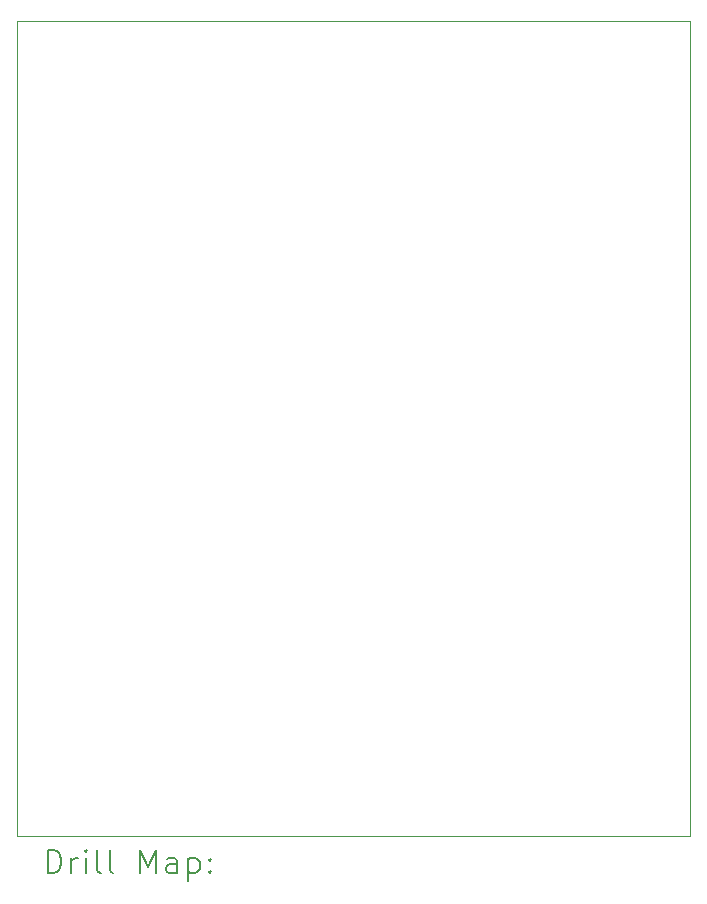
<source format=gbr>
%TF.GenerationSoftware,KiCad,Pcbnew,9.0.4*%
%TF.CreationDate,2025-09-16T15:36:57-04:00*%
%TF.ProjectId,mic,6d69632e-6b69-4636-9164-5f7063625858,rev?*%
%TF.SameCoordinates,Original*%
%TF.FileFunction,Drillmap*%
%TF.FilePolarity,Positive*%
%FSLAX45Y45*%
G04 Gerber Fmt 4.5, Leading zero omitted, Abs format (unit mm)*
G04 Created by KiCad (PCBNEW 9.0.4) date 2025-09-16 15:36:57*
%MOMM*%
%LPD*%
G01*
G04 APERTURE LIST*
%ADD10C,0.050000*%
%ADD11C,0.200000*%
G04 APERTURE END LIST*
D10*
X17900000Y-2850000D02*
X23600000Y-2850000D01*
X23600000Y-9750000D01*
X17900000Y-9750000D01*
X17900000Y-2850000D01*
D11*
X18158277Y-10063984D02*
X18158277Y-9863984D01*
X18158277Y-9863984D02*
X18205896Y-9863984D01*
X18205896Y-9863984D02*
X18234467Y-9873508D01*
X18234467Y-9873508D02*
X18253515Y-9892555D01*
X18253515Y-9892555D02*
X18263039Y-9911603D01*
X18263039Y-9911603D02*
X18272563Y-9949698D01*
X18272563Y-9949698D02*
X18272563Y-9978270D01*
X18272563Y-9978270D02*
X18263039Y-10016365D01*
X18263039Y-10016365D02*
X18253515Y-10035412D01*
X18253515Y-10035412D02*
X18234467Y-10054460D01*
X18234467Y-10054460D02*
X18205896Y-10063984D01*
X18205896Y-10063984D02*
X18158277Y-10063984D01*
X18358277Y-10063984D02*
X18358277Y-9930650D01*
X18358277Y-9968746D02*
X18367801Y-9949698D01*
X18367801Y-9949698D02*
X18377324Y-9940174D01*
X18377324Y-9940174D02*
X18396372Y-9930650D01*
X18396372Y-9930650D02*
X18415420Y-9930650D01*
X18482086Y-10063984D02*
X18482086Y-9930650D01*
X18482086Y-9863984D02*
X18472563Y-9873508D01*
X18472563Y-9873508D02*
X18482086Y-9883031D01*
X18482086Y-9883031D02*
X18491610Y-9873508D01*
X18491610Y-9873508D02*
X18482086Y-9863984D01*
X18482086Y-9863984D02*
X18482086Y-9883031D01*
X18605896Y-10063984D02*
X18586848Y-10054460D01*
X18586848Y-10054460D02*
X18577324Y-10035412D01*
X18577324Y-10035412D02*
X18577324Y-9863984D01*
X18710658Y-10063984D02*
X18691610Y-10054460D01*
X18691610Y-10054460D02*
X18682086Y-10035412D01*
X18682086Y-10035412D02*
X18682086Y-9863984D01*
X18939229Y-10063984D02*
X18939229Y-9863984D01*
X18939229Y-9863984D02*
X19005896Y-10006841D01*
X19005896Y-10006841D02*
X19072563Y-9863984D01*
X19072563Y-9863984D02*
X19072563Y-10063984D01*
X19253515Y-10063984D02*
X19253515Y-9959222D01*
X19253515Y-9959222D02*
X19243991Y-9940174D01*
X19243991Y-9940174D02*
X19224944Y-9930650D01*
X19224944Y-9930650D02*
X19186848Y-9930650D01*
X19186848Y-9930650D02*
X19167801Y-9940174D01*
X19253515Y-10054460D02*
X19234467Y-10063984D01*
X19234467Y-10063984D02*
X19186848Y-10063984D01*
X19186848Y-10063984D02*
X19167801Y-10054460D01*
X19167801Y-10054460D02*
X19158277Y-10035412D01*
X19158277Y-10035412D02*
X19158277Y-10016365D01*
X19158277Y-10016365D02*
X19167801Y-9997317D01*
X19167801Y-9997317D02*
X19186848Y-9987793D01*
X19186848Y-9987793D02*
X19234467Y-9987793D01*
X19234467Y-9987793D02*
X19253515Y-9978270D01*
X19348753Y-9930650D02*
X19348753Y-10130650D01*
X19348753Y-9940174D02*
X19367801Y-9930650D01*
X19367801Y-9930650D02*
X19405896Y-9930650D01*
X19405896Y-9930650D02*
X19424944Y-9940174D01*
X19424944Y-9940174D02*
X19434467Y-9949698D01*
X19434467Y-9949698D02*
X19443991Y-9968746D01*
X19443991Y-9968746D02*
X19443991Y-10025889D01*
X19443991Y-10025889D02*
X19434467Y-10044936D01*
X19434467Y-10044936D02*
X19424944Y-10054460D01*
X19424944Y-10054460D02*
X19405896Y-10063984D01*
X19405896Y-10063984D02*
X19367801Y-10063984D01*
X19367801Y-10063984D02*
X19348753Y-10054460D01*
X19529705Y-10044936D02*
X19539229Y-10054460D01*
X19539229Y-10054460D02*
X19529705Y-10063984D01*
X19529705Y-10063984D02*
X19520182Y-10054460D01*
X19520182Y-10054460D02*
X19529705Y-10044936D01*
X19529705Y-10044936D02*
X19529705Y-10063984D01*
X19529705Y-9940174D02*
X19539229Y-9949698D01*
X19539229Y-9949698D02*
X19529705Y-9959222D01*
X19529705Y-9959222D02*
X19520182Y-9949698D01*
X19520182Y-9949698D02*
X19529705Y-9940174D01*
X19529705Y-9940174D02*
X19529705Y-9959222D01*
M02*

</source>
